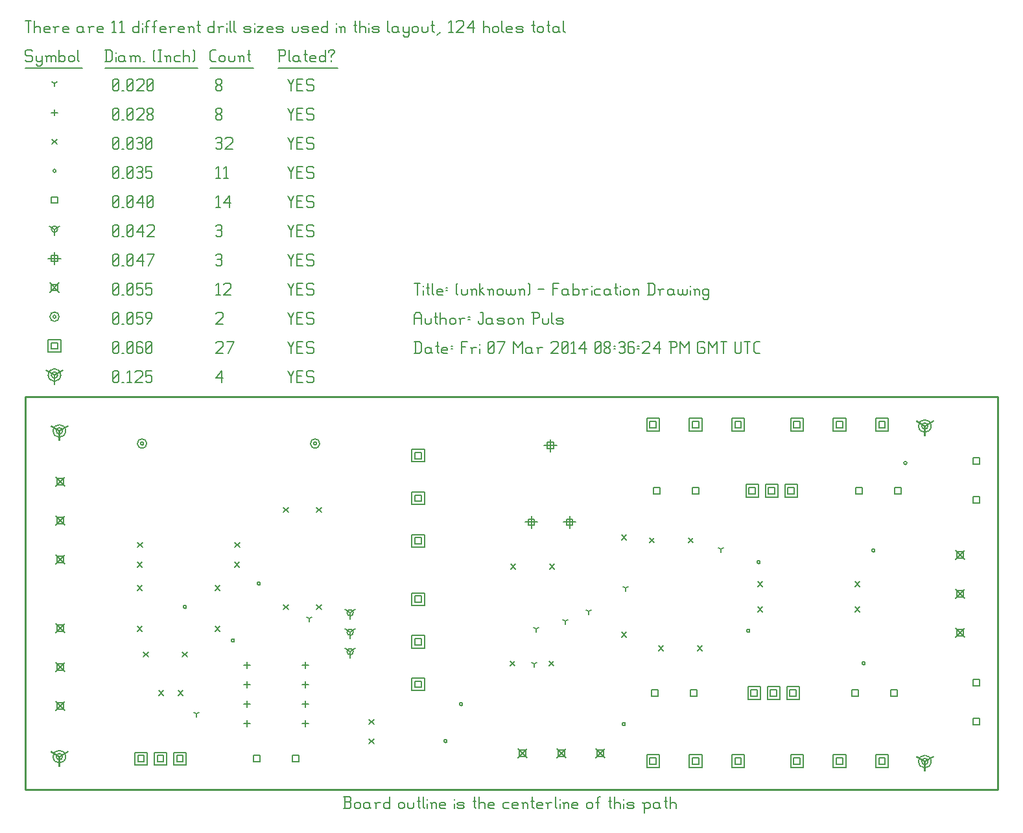
<source format=gbr>
G04 start of page 10 for group -3984 idx -3984 *
G04 Title: (unknown), fab *
G04 Creator: pcb 1.99z *
G04 CreationDate: Fri 07 Mar 2014 08:36:24 PM GMT UTC *
G04 For: jpuls *
G04 Format: Gerber/RS-274X *
G04 PCB-Dimensions (mil): 5000.00 2020.00 *
G04 PCB-Coordinate-Origin: lower left *
%MOIN*%
%FSLAX25Y25*%
%LNFAB*%
%ADD102C,0.0100*%
%ADD101C,0.0075*%
%ADD100C,0.0060*%
%ADD99C,0.0001*%
%ADD98R,0.0080X0.0080*%
G54D98*X17500Y184500D02*Y179700D01*
G54D99*G36*
X16954Y184647D02*X21807Y187446D01*
X22206Y186753D01*
X17353Y183954D01*
X16954Y184647D01*
G37*
G36*
X17647Y183954D02*X12794Y186753D01*
X13193Y187446D01*
X18046Y184647D01*
X17647Y183954D01*
G37*
G54D98*X15900Y184500D02*G75*G03X19100Y184500I1600J0D01*G01*
G75*G03X15900Y184500I-1600J0D01*G01*
X14300D02*G75*G03X20700Y184500I3200J0D01*G01*
G75*G03X14300Y184500I-3200J0D01*G01*
X17500Y17000D02*Y12200D01*
G54D99*G36*
X16954Y17147D02*X21807Y19946D01*
X22206Y19253D01*
X17353Y16454D01*
X16954Y17147D01*
G37*
G36*
X17647Y16454D02*X12794Y19253D01*
X13193Y19946D01*
X18046Y17147D01*
X17647Y16454D01*
G37*
G54D98*X15900Y17000D02*G75*G03X19100Y17000I1600J0D01*G01*
G75*G03X15900Y17000I-1600J0D01*G01*
X14300D02*G75*G03X20700Y17000I3200J0D01*G01*
G75*G03X14300Y17000I-3200J0D01*G01*
X462500Y14500D02*Y9700D01*
G54D99*G36*
X461954Y14647D02*X466807Y17446D01*
X467206Y16753D01*
X462353Y13954D01*
X461954Y14647D01*
G37*
G36*
X462647Y13954D02*X457794Y16753D01*
X458193Y17446D01*
X463046Y14647D01*
X462647Y13954D01*
G37*
G54D98*X460900Y14500D02*G75*G03X464100Y14500I1600J0D01*G01*
G75*G03X460900Y14500I-1600J0D01*G01*
X459300D02*G75*G03X465700Y14500I3200J0D01*G01*
G75*G03X459300Y14500I-3200J0D01*G01*
X462500Y187000D02*Y182200D01*
G54D99*G36*
X461954Y187147D02*X466807Y189946D01*
X467206Y189253D01*
X462353Y186454D01*
X461954Y187147D01*
G37*
G36*
X462647Y186454D02*X457794Y189253D01*
X458193Y189946D01*
X463046Y187147D01*
X462647Y186454D01*
G37*
G54D98*X460900Y187000D02*G75*G03X464100Y187000I1600J0D01*G01*
G75*G03X460900Y187000I-1600J0D01*G01*
X459300D02*G75*G03X465700Y187000I3200J0D01*G01*
G75*G03X459300Y187000I-3200J0D01*G01*
X15000Y213250D02*Y208450D01*
G54D99*G36*
X14454Y213397D02*X19307Y216196D01*
X19706Y215503D01*
X14853Y212704D01*
X14454Y213397D01*
G37*
G36*
X15147Y212704D02*X10294Y215503D01*
X10693Y216196D01*
X15546Y213397D01*
X15147Y212704D01*
G37*
G54D98*X13400Y213250D02*G75*G03X16600Y213250I1600J0D01*G01*
G75*G03X13400Y213250I-1600J0D01*G01*
X11800D02*G75*G03X18200Y213250I3200J0D01*G01*
G75*G03X11800Y213250I-3200J0D01*G01*
G54D100*X135000Y215500D02*X136500Y212500D01*
X138000Y215500D01*
X136500Y212500D02*Y209500D01*
X139800Y212800D02*X142050D01*
X139800Y209500D02*X142800D01*
X139800Y215500D02*Y209500D01*
Y215500D02*X142800D01*
X147600D02*X148350Y214750D01*
X145350Y215500D02*X147600D01*
X144600Y214750D02*X145350Y215500D01*
X144600Y214750D02*Y213250D01*
X145350Y212500D01*
X147600D01*
X148350Y211750D01*
Y210250D01*
X147600Y209500D02*X148350Y210250D01*
X145350Y209500D02*X147600D01*
X144600Y210250D02*X145350Y209500D01*
X98000Y211750D02*X101000Y215500D01*
X98000Y211750D02*X101750D01*
X101000Y215500D02*Y209500D01*
X45000Y210250D02*X45750Y209500D01*
X45000Y214750D02*Y210250D01*
Y214750D02*X45750Y215500D01*
X47250D01*
X48000Y214750D01*
Y210250D01*
X47250Y209500D02*X48000Y210250D01*
X45750Y209500D02*X47250D01*
X45000Y211000D02*X48000Y214000D01*
X49800Y209500D02*X50550D01*
X52350Y214300D02*X53550Y215500D01*
Y209500D01*
X52350D02*X54600D01*
X56400Y214750D02*X57150Y215500D01*
X59400D01*
X60150Y214750D01*
Y213250D01*
X56400Y209500D02*X60150Y213250D01*
X56400Y209500D02*X60150D01*
X61950Y215500D02*X64950D01*
X61950D02*Y212500D01*
X62700Y213250D01*
X64200D01*
X64950Y212500D01*
Y210250D01*
X64200Y209500D02*X64950Y210250D01*
X62700Y209500D02*X64200D01*
X61950Y210250D02*X62700Y209500D01*
X364923Y16364D02*X368123D01*
X364923D02*Y13164D01*
X368123D01*
Y16364D02*Y13164D01*
X363323Y17964D02*X369723D01*
X363323D02*Y11564D01*
X369723D01*
Y17964D02*Y11564D01*
X343023Y16364D02*X346223D01*
X343023D02*Y13164D01*
X346223D01*
Y16364D02*Y13164D01*
X341423Y17964D02*X347823D01*
X341423D02*Y11564D01*
X347823D01*
Y17964D02*Y11564D01*
X321123Y16364D02*X324323D01*
X321123D02*Y13164D01*
X324323D01*
Y16364D02*Y13164D01*
X319523Y17964D02*X325923D01*
X319523D02*Y11564D01*
X325923D01*
Y17964D02*Y11564D01*
X438923Y16364D02*X442123D01*
X438923D02*Y13164D01*
X442123D01*
Y16364D02*Y13164D01*
X437323Y17964D02*X443723D01*
X437323D02*Y11564D01*
X443723D01*
Y17964D02*Y11564D01*
X417023Y16364D02*X420223D01*
X417023D02*Y13164D01*
X420223D01*
Y16364D02*Y13164D01*
X415423Y17964D02*X421823D01*
X415423D02*Y11564D01*
X421823D01*
Y17964D02*Y11564D01*
X395123Y16364D02*X398323D01*
X395123D02*Y13164D01*
X398323D01*
Y16364D02*Y13164D01*
X393523Y17964D02*X399923D01*
X393523D02*Y11564D01*
X399923D01*
Y17964D02*Y11564D01*
X373123Y51364D02*X376323D01*
X373123D02*Y48164D01*
X376323D01*
Y51364D02*Y48164D01*
X371523Y52964D02*X377923D01*
X371523D02*Y46564D01*
X377923D01*
Y52964D02*Y46564D01*
X383123Y51364D02*X386323D01*
X383123D02*Y48164D01*
X386323D01*
Y51364D02*Y48164D01*
X381523Y52964D02*X387923D01*
X381523D02*Y46564D01*
X387923D01*
Y52964D02*Y46564D01*
X393123Y51364D02*X396323D01*
X393123D02*Y48164D01*
X396323D01*
Y51364D02*Y48164D01*
X391523Y52964D02*X397923D01*
X391523D02*Y46564D01*
X397923D01*
Y52964D02*Y46564D01*
X77900Y17600D02*X81100D01*
X77900D02*Y14400D01*
X81100D01*
Y17600D02*Y14400D01*
X76300Y19200D02*X82700D01*
X76300D02*Y12800D01*
X82700D01*
Y19200D02*Y12800D01*
X67900Y17600D02*X71100D01*
X67900D02*Y14400D01*
X71100D01*
Y17600D02*Y14400D01*
X66300Y19200D02*X72700D01*
X66300D02*Y12800D01*
X72700D01*
Y19200D02*Y12800D01*
X57900Y17600D02*X61100D01*
X57900D02*Y14400D01*
X61100D01*
Y17600D02*Y14400D01*
X56300Y19200D02*X62700D01*
X56300D02*Y12800D01*
X62700D01*
Y19200D02*Y12800D01*
X392123Y155364D02*X395323D01*
X392123D02*Y152164D01*
X395323D01*
Y155364D02*Y152164D01*
X390523Y156964D02*X396923D01*
X390523D02*Y150564D01*
X396923D01*
Y156964D02*Y150564D01*
X382123Y155364D02*X385323D01*
X382123D02*Y152164D01*
X385323D01*
Y155364D02*Y152164D01*
X380523Y156964D02*X386923D01*
X380523D02*Y150564D01*
X386923D01*
Y156964D02*Y150564D01*
X372123Y155364D02*X375323D01*
X372123D02*Y152164D01*
X375323D01*
Y155364D02*Y152164D01*
X370523Y156964D02*X376923D01*
X370523D02*Y150564D01*
X376923D01*
Y156964D02*Y150564D01*
X321123Y189364D02*X324323D01*
X321123D02*Y186164D01*
X324323D01*
Y189364D02*Y186164D01*
X319523Y190964D02*X325923D01*
X319523D02*Y184564D01*
X325923D01*
Y190964D02*Y184564D01*
X343023Y189364D02*X346223D01*
X343023D02*Y186164D01*
X346223D01*
Y189364D02*Y186164D01*
X341423Y190964D02*X347823D01*
X341423D02*Y184564D01*
X347823D01*
Y190964D02*Y184564D01*
X364923Y189364D02*X368123D01*
X364923D02*Y186164D01*
X368123D01*
Y189364D02*Y186164D01*
X363323Y190964D02*X369723D01*
X363323D02*Y184564D01*
X369723D01*
Y190964D02*Y184564D01*
X395123Y189364D02*X398323D01*
X395123D02*Y186164D01*
X398323D01*
Y189364D02*Y186164D01*
X393523Y190964D02*X399923D01*
X393523D02*Y184564D01*
X399923D01*
Y190964D02*Y184564D01*
X417023Y189364D02*X420223D01*
X417023D02*Y186164D01*
X420223D01*
Y189364D02*Y186164D01*
X415423Y190964D02*X421823D01*
X415423D02*Y184564D01*
X421823D01*
Y190964D02*Y184564D01*
X438923Y189364D02*X442123D01*
X438923D02*Y186164D01*
X442123D01*
Y189364D02*Y186164D01*
X437323Y190964D02*X443723D01*
X437323D02*Y184564D01*
X443723D01*
Y190964D02*Y184564D01*
X200400Y99600D02*X203600D01*
X200400D02*Y96400D01*
X203600D01*
Y99600D02*Y96400D01*
X198800Y101200D02*X205200D01*
X198800D02*Y94800D01*
X205200D01*
Y101200D02*Y94800D01*
X200400Y77700D02*X203600D01*
X200400D02*Y74500D01*
X203600D01*
Y77700D02*Y74500D01*
X198800Y79300D02*X205200D01*
X198800D02*Y72900D01*
X205200D01*
Y79300D02*Y72900D01*
X200400Y55800D02*X203600D01*
X200400D02*Y52600D01*
X203600D01*
Y55800D02*Y52600D01*
X198800Y57400D02*X205200D01*
X198800D02*Y51000D01*
X205200D01*
Y57400D02*Y51000D01*
X200400Y173400D02*X203600D01*
X200400D02*Y170200D01*
X203600D01*
Y173400D02*Y170200D01*
X198800Y175000D02*X205200D01*
X198800D02*Y168600D01*
X205200D01*
Y175000D02*Y168600D01*
X200400Y151500D02*X203600D01*
X200400D02*Y148300D01*
X203600D01*
Y151500D02*Y148300D01*
X198800Y153100D02*X205200D01*
X198800D02*Y146700D01*
X205200D01*
Y153100D02*Y146700D01*
X200400Y129600D02*X203600D01*
X200400D02*Y126400D01*
X203600D01*
Y129600D02*Y126400D01*
X198800Y131200D02*X205200D01*
X198800D02*Y124800D01*
X205200D01*
Y131200D02*Y124800D01*
X13400Y229850D02*X16600D01*
X13400D02*Y226650D01*
X16600D01*
Y229850D02*Y226650D01*
X11800Y231450D02*X18200D01*
X11800D02*Y225050D01*
X18200D01*
Y231450D02*Y225050D01*
X135000Y230500D02*X136500Y227500D01*
X138000Y230500D01*
X136500Y227500D02*Y224500D01*
X139800Y227800D02*X142050D01*
X139800Y224500D02*X142800D01*
X139800Y230500D02*Y224500D01*
Y230500D02*X142800D01*
X147600D02*X148350Y229750D01*
X145350Y230500D02*X147600D01*
X144600Y229750D02*X145350Y230500D01*
X144600Y229750D02*Y228250D01*
X145350Y227500D01*
X147600D01*
X148350Y226750D01*
Y225250D01*
X147600Y224500D02*X148350Y225250D01*
X145350Y224500D02*X147600D01*
X144600Y225250D02*X145350Y224500D01*
X98000Y229750D02*X98750Y230500D01*
X101000D01*
X101750Y229750D01*
Y228250D01*
X98000Y224500D02*X101750Y228250D01*
X98000Y224500D02*X101750D01*
X104300D02*X107300Y230500D01*
X103550D02*X107300D01*
X45000Y225250D02*X45750Y224500D01*
X45000Y229750D02*Y225250D01*
Y229750D02*X45750Y230500D01*
X47250D01*
X48000Y229750D01*
Y225250D01*
X47250Y224500D02*X48000Y225250D01*
X45750Y224500D02*X47250D01*
X45000Y226000D02*X48000Y229000D01*
X49800Y224500D02*X50550D01*
X52350Y225250D02*X53100Y224500D01*
X52350Y229750D02*Y225250D01*
Y229750D02*X53100Y230500D01*
X54600D01*
X55350Y229750D01*
Y225250D01*
X54600Y224500D02*X55350Y225250D01*
X53100Y224500D02*X54600D01*
X52350Y226000D02*X55350Y229000D01*
X59400Y230500D02*X60150Y229750D01*
X57900Y230500D02*X59400D01*
X57150Y229750D02*X57900Y230500D01*
X57150Y229750D02*Y225250D01*
X57900Y224500D01*
X59400Y227800D02*X60150Y227050D01*
X57150Y227800D02*X59400D01*
X57900Y224500D02*X59400D01*
X60150Y225250D01*
Y227050D02*Y225250D01*
X61950D02*X62700Y224500D01*
X61950Y229750D02*Y225250D01*
Y229750D02*X62700Y230500D01*
X64200D01*
X64950Y229750D01*
Y225250D01*
X64200Y224500D02*X64950Y225250D01*
X62700Y224500D02*X64200D01*
X61950Y226000D02*X64950Y229000D01*
X59200Y178000D02*G75*G03X60800Y178000I800J0D01*G01*
G75*G03X59200Y178000I-800J0D01*G01*
X57600D02*G75*G03X62400Y178000I2400J0D01*G01*
G75*G03X57600Y178000I-2400J0D01*G01*
X148176D02*G75*G03X149776Y178000I800J0D01*G01*
G75*G03X148176Y178000I-800J0D01*G01*
X146576D02*G75*G03X151376Y178000I2400J0D01*G01*
G75*G03X146576Y178000I-2400J0D01*G01*
X14200Y243250D02*G75*G03X15800Y243250I800J0D01*G01*
G75*G03X14200Y243250I-800J0D01*G01*
X12600D02*G75*G03X17400Y243250I2400J0D01*G01*
G75*G03X12600Y243250I-2400J0D01*G01*
X135000Y245500D02*X136500Y242500D01*
X138000Y245500D01*
X136500Y242500D02*Y239500D01*
X139800Y242800D02*X142050D01*
X139800Y239500D02*X142800D01*
X139800Y245500D02*Y239500D01*
Y245500D02*X142800D01*
X147600D02*X148350Y244750D01*
X145350Y245500D02*X147600D01*
X144600Y244750D02*X145350Y245500D01*
X144600Y244750D02*Y243250D01*
X145350Y242500D01*
X147600D01*
X148350Y241750D01*
Y240250D01*
X147600Y239500D02*X148350Y240250D01*
X145350Y239500D02*X147600D01*
X144600Y240250D02*X145350Y239500D01*
X98000Y244750D02*X98750Y245500D01*
X101000D01*
X101750Y244750D01*
Y243250D01*
X98000Y239500D02*X101750Y243250D01*
X98000Y239500D02*X101750D01*
X45000Y240250D02*X45750Y239500D01*
X45000Y244750D02*Y240250D01*
Y244750D02*X45750Y245500D01*
X47250D01*
X48000Y244750D01*
Y240250D01*
X47250Y239500D02*X48000Y240250D01*
X45750Y239500D02*X47250D01*
X45000Y241000D02*X48000Y244000D01*
X49800Y239500D02*X50550D01*
X52350Y240250D02*X53100Y239500D01*
X52350Y244750D02*Y240250D01*
Y244750D02*X53100Y245500D01*
X54600D01*
X55350Y244750D01*
Y240250D01*
X54600Y239500D02*X55350Y240250D01*
X53100Y239500D02*X54600D01*
X52350Y241000D02*X55350Y244000D01*
X57150Y245500D02*X60150D01*
X57150D02*Y242500D01*
X57900Y243250D01*
X59400D01*
X60150Y242500D01*
Y240250D01*
X59400Y239500D02*X60150Y240250D01*
X57900Y239500D02*X59400D01*
X57150Y240250D02*X57900Y239500D01*
X62700D02*X64950Y242500D01*
Y244750D02*Y242500D01*
X64200Y245500D02*X64950Y244750D01*
X62700Y245500D02*X64200D01*
X61950Y244750D02*X62700Y245500D01*
X61950Y244750D02*Y243250D01*
X62700Y242500D01*
X64950D01*
X15500Y160800D02*X20300Y156000D01*
X15500D02*X20300Y160800D01*
X16300Y160000D02*X19500D01*
X16300D02*Y156800D01*
X19500D01*
Y160000D02*Y156800D01*
X15500Y140800D02*X20300Y136000D01*
X15500D02*X20300Y140800D01*
X16300Y140000D02*X19500D01*
X16300D02*Y136800D01*
X19500D01*
Y140000D02*Y136800D01*
X15500Y120800D02*X20300Y116000D01*
X15500D02*X20300Y120800D01*
X16300Y120000D02*X19500D01*
X16300D02*Y116800D01*
X19500D01*
Y120000D02*Y116800D01*
X15514Y85461D02*X20314Y80661D01*
X15514D02*X20314Y85461D01*
X16314Y84661D02*X19514D01*
X16314D02*Y81461D01*
X19514D01*
Y84661D02*Y81461D01*
X15514Y65461D02*X20314Y60661D01*
X15514D02*X20314Y65461D01*
X16314Y64661D02*X19514D01*
X16314D02*Y61461D01*
X19514D01*
Y64661D02*Y61461D01*
X15514Y45461D02*X20314Y40661D01*
X15514D02*X20314Y45461D01*
X16314Y44661D02*X19514D01*
X16314D02*Y41461D01*
X19514D01*
Y44661D02*Y41461D01*
X253323Y21164D02*X258123Y16364D01*
X253323D02*X258123Y21164D01*
X254123Y20364D02*X257323D01*
X254123D02*Y17164D01*
X257323D01*
Y20364D02*Y17164D01*
X273323Y21164D02*X278123Y16364D01*
X273323D02*X278123Y21164D01*
X274123Y20364D02*X277323D01*
X274123D02*Y17164D01*
X277323D01*
Y20364D02*Y17164D01*
X293323Y21164D02*X298123Y16364D01*
X293323D02*X298123Y21164D01*
X294123Y20364D02*X297323D01*
X294123D02*Y17164D01*
X297323D01*
Y20364D02*Y17164D01*
X478323Y83164D02*X483123Y78364D01*
X478323D02*X483123Y83164D01*
X479123Y82364D02*X482323D01*
X479123D02*Y79164D01*
X482323D01*
Y82364D02*Y79164D01*
X478323Y103164D02*X483123Y98364D01*
X478323D02*X483123Y103164D01*
X479123Y102364D02*X482323D01*
X479123D02*Y99164D01*
X482323D01*
Y102364D02*Y99164D01*
X478323Y123164D02*X483123Y118364D01*
X478323D02*X483123Y123164D01*
X479123Y122364D02*X482323D01*
X479123D02*Y119164D01*
X482323D01*
Y122364D02*Y119164D01*
X12600Y260650D02*X17400Y255850D01*
X12600D02*X17400Y260650D01*
X13400Y259850D02*X16600D01*
X13400D02*Y256650D01*
X16600D01*
Y259850D02*Y256650D01*
X135000Y260500D02*X136500Y257500D01*
X138000Y260500D01*
X136500Y257500D02*Y254500D01*
X139800Y257800D02*X142050D01*
X139800Y254500D02*X142800D01*
X139800Y260500D02*Y254500D01*
Y260500D02*X142800D01*
X147600D02*X148350Y259750D01*
X145350Y260500D02*X147600D01*
X144600Y259750D02*X145350Y260500D01*
X144600Y259750D02*Y258250D01*
X145350Y257500D01*
X147600D01*
X148350Y256750D01*
Y255250D01*
X147600Y254500D02*X148350Y255250D01*
X145350Y254500D02*X147600D01*
X144600Y255250D02*X145350Y254500D01*
X98000Y259300D02*X99200Y260500D01*
Y254500D01*
X98000D02*X100250D01*
X102050Y259750D02*X102800Y260500D01*
X105050D01*
X105800Y259750D01*
Y258250D01*
X102050Y254500D02*X105800Y258250D01*
X102050Y254500D02*X105800D01*
X45000Y255250D02*X45750Y254500D01*
X45000Y259750D02*Y255250D01*
Y259750D02*X45750Y260500D01*
X47250D01*
X48000Y259750D01*
Y255250D01*
X47250Y254500D02*X48000Y255250D01*
X45750Y254500D02*X47250D01*
X45000Y256000D02*X48000Y259000D01*
X49800Y254500D02*X50550D01*
X52350Y255250D02*X53100Y254500D01*
X52350Y259750D02*Y255250D01*
Y259750D02*X53100Y260500D01*
X54600D01*
X55350Y259750D01*
Y255250D01*
X54600Y254500D02*X55350Y255250D01*
X53100Y254500D02*X54600D01*
X52350Y256000D02*X55350Y259000D01*
X57150Y260500D02*X60150D01*
X57150D02*Y257500D01*
X57900Y258250D01*
X59400D01*
X60150Y257500D01*
Y255250D01*
X59400Y254500D02*X60150Y255250D01*
X57900Y254500D02*X59400D01*
X57150Y255250D02*X57900Y254500D01*
X61950Y260500D02*X64950D01*
X61950D02*Y257500D01*
X62700Y258250D01*
X64200D01*
X64950Y257500D01*
Y255250D01*
X64200Y254500D02*X64950Y255250D01*
X62700Y254500D02*X64200D01*
X61950Y255250D02*X62700Y254500D01*
X260157Y140830D02*Y134430D01*
X256957Y137630D02*X263357D01*
X258557Y139230D02*X261757D01*
X258557D02*Y136030D01*
X261757D01*
Y139230D02*Y136030D01*
X270000Y180200D02*Y173800D01*
X266800Y177000D02*X273200D01*
X268400Y178600D02*X271600D01*
X268400D02*Y175400D01*
X271600D01*
Y178600D02*Y175400D01*
X279843Y140830D02*Y134430D01*
X276643Y137630D02*X283043D01*
X278243Y139230D02*X281443D01*
X278243D02*Y136030D01*
X281443D01*
Y139230D02*Y136030D01*
X15000Y276450D02*Y270050D01*
X11800Y273250D02*X18200D01*
X13400Y274850D02*X16600D01*
X13400D02*Y271650D01*
X16600D01*
Y274850D02*Y271650D01*
X135000Y275500D02*X136500Y272500D01*
X138000Y275500D01*
X136500Y272500D02*Y269500D01*
X139800Y272800D02*X142050D01*
X139800Y269500D02*X142800D01*
X139800Y275500D02*Y269500D01*
Y275500D02*X142800D01*
X147600D02*X148350Y274750D01*
X145350Y275500D02*X147600D01*
X144600Y274750D02*X145350Y275500D01*
X144600Y274750D02*Y273250D01*
X145350Y272500D01*
X147600D01*
X148350Y271750D01*
Y270250D01*
X147600Y269500D02*X148350Y270250D01*
X145350Y269500D02*X147600D01*
X144600Y270250D02*X145350Y269500D01*
X98000Y274750D02*X98750Y275500D01*
X100250D01*
X101000Y274750D01*
X100250Y269500D02*X101000Y270250D01*
X98750Y269500D02*X100250D01*
X98000Y270250D02*X98750Y269500D01*
Y272800D02*X100250D01*
X101000Y274750D02*Y273550D01*
Y272050D02*Y270250D01*
Y272050D02*X100250Y272800D01*
X101000Y273550D02*X100250Y272800D01*
X45000Y270250D02*X45750Y269500D01*
X45000Y274750D02*Y270250D01*
Y274750D02*X45750Y275500D01*
X47250D01*
X48000Y274750D01*
Y270250D01*
X47250Y269500D02*X48000Y270250D01*
X45750Y269500D02*X47250D01*
X45000Y271000D02*X48000Y274000D01*
X49800Y269500D02*X50550D01*
X52350Y270250D02*X53100Y269500D01*
X52350Y274750D02*Y270250D01*
Y274750D02*X53100Y275500D01*
X54600D01*
X55350Y274750D01*
Y270250D01*
X54600Y269500D02*X55350Y270250D01*
X53100Y269500D02*X54600D01*
X52350Y271000D02*X55350Y274000D01*
X57150Y271750D02*X60150Y275500D01*
X57150Y271750D02*X60900D01*
X60150Y275500D02*Y269500D01*
X63450D02*X66450Y275500D01*
X62700D02*X66450D01*
X167000Y71000D02*Y67800D01*
Y71000D02*X169773Y72600D01*
X167000Y71000D02*X164227Y72600D01*
X165400Y71000D02*G75*G03X168600Y71000I1600J0D01*G01*
G75*G03X165400Y71000I-1600J0D01*G01*
X167000Y81000D02*Y77800D01*
Y81000D02*X169773Y82600D01*
X167000Y81000D02*X164227Y82600D01*
X165400Y81000D02*G75*G03X168600Y81000I1600J0D01*G01*
G75*G03X165400Y81000I-1600J0D01*G01*
X167000Y91000D02*Y87800D01*
Y91000D02*X169773Y92600D01*
X167000Y91000D02*X164227Y92600D01*
X165400Y91000D02*G75*G03X168600Y91000I1600J0D01*G01*
G75*G03X165400Y91000I-1600J0D01*G01*
X15000Y288250D02*Y285050D01*
Y288250D02*X17773Y289850D01*
X15000Y288250D02*X12227Y289850D01*
X13400Y288250D02*G75*G03X16600Y288250I1600J0D01*G01*
G75*G03X13400Y288250I-1600J0D01*G01*
X135000Y290500D02*X136500Y287500D01*
X138000Y290500D01*
X136500Y287500D02*Y284500D01*
X139800Y287800D02*X142050D01*
X139800Y284500D02*X142800D01*
X139800Y290500D02*Y284500D01*
Y290500D02*X142800D01*
X147600D02*X148350Y289750D01*
X145350Y290500D02*X147600D01*
X144600Y289750D02*X145350Y290500D01*
X144600Y289750D02*Y288250D01*
X145350Y287500D01*
X147600D01*
X148350Y286750D01*
Y285250D01*
X147600Y284500D02*X148350Y285250D01*
X145350Y284500D02*X147600D01*
X144600Y285250D02*X145350Y284500D01*
X98000Y289750D02*X98750Y290500D01*
X100250D01*
X101000Y289750D01*
X100250Y284500D02*X101000Y285250D01*
X98750Y284500D02*X100250D01*
X98000Y285250D02*X98750Y284500D01*
Y287800D02*X100250D01*
X101000Y289750D02*Y288550D01*
Y287050D02*Y285250D01*
Y287050D02*X100250Y287800D01*
X101000Y288550D02*X100250Y287800D01*
X45000Y285250D02*X45750Y284500D01*
X45000Y289750D02*Y285250D01*
Y289750D02*X45750Y290500D01*
X47250D01*
X48000Y289750D01*
Y285250D01*
X47250Y284500D02*X48000Y285250D01*
X45750Y284500D02*X47250D01*
X45000Y286000D02*X48000Y289000D01*
X49800Y284500D02*X50550D01*
X52350Y285250D02*X53100Y284500D01*
X52350Y289750D02*Y285250D01*
Y289750D02*X53100Y290500D01*
X54600D01*
X55350Y289750D01*
Y285250D01*
X54600Y284500D02*X55350Y285250D01*
X53100Y284500D02*X54600D01*
X52350Y286000D02*X55350Y289000D01*
X57150Y286750D02*X60150Y290500D01*
X57150Y286750D02*X60900D01*
X60150Y290500D02*Y284500D01*
X62700Y289750D02*X63450Y290500D01*
X65700D01*
X66450Y289750D01*
Y288250D01*
X62700Y284500D02*X66450Y288250D01*
X62700Y284500D02*X66450D01*
X322123Y51364D02*X325323D01*
X322123D02*Y48164D01*
X325323D01*
Y51364D02*Y48164D01*
X342123Y51364D02*X345323D01*
X342123D02*Y48164D01*
X345323D01*
Y51364D02*Y48164D01*
X447123Y155364D02*X450323D01*
X447123D02*Y152164D01*
X450323D01*
Y155364D02*Y152164D01*
X427123Y155364D02*X430323D01*
X427123D02*Y152164D01*
X430323D01*
Y155364D02*Y152164D01*
X343123Y155364D02*X346323D01*
X343123D02*Y152164D01*
X346323D01*
Y155364D02*Y152164D01*
X323123Y155364D02*X326323D01*
X323123D02*Y152164D01*
X326323D01*
Y155364D02*Y152164D01*
X425123Y51364D02*X428323D01*
X425123D02*Y48164D01*
X428323D01*
Y51364D02*Y48164D01*
X445123Y51364D02*X448323D01*
X445123D02*Y48164D01*
X448323D01*
Y51364D02*Y48164D01*
X137400Y17600D02*X140600D01*
X137400D02*Y14400D01*
X140600D01*
Y17600D02*Y14400D01*
X117400Y17600D02*X120600D01*
X117400D02*Y14400D01*
X120600D01*
Y17600D02*Y14400D01*
X487400Y36600D02*X490600D01*
X487400D02*Y33400D01*
X490600D01*
Y36600D02*Y33400D01*
X487400Y56600D02*X490600D01*
X487400D02*Y53400D01*
X490600D01*
Y56600D02*Y53400D01*
X487400Y150600D02*X490600D01*
X487400D02*Y147400D01*
X490600D01*
Y150600D02*Y147400D01*
X487400Y170600D02*X490600D01*
X487400D02*Y167400D01*
X490600D01*
Y170600D02*Y167400D01*
X13400Y304850D02*X16600D01*
X13400D02*Y301650D01*
X16600D01*
Y304850D02*Y301650D01*
X135000Y305500D02*X136500Y302500D01*
X138000Y305500D01*
X136500Y302500D02*Y299500D01*
X139800Y302800D02*X142050D01*
X139800Y299500D02*X142800D01*
X139800Y305500D02*Y299500D01*
Y305500D02*X142800D01*
X147600D02*X148350Y304750D01*
X145350Y305500D02*X147600D01*
X144600Y304750D02*X145350Y305500D01*
X144600Y304750D02*Y303250D01*
X145350Y302500D01*
X147600D01*
X148350Y301750D01*
Y300250D01*
X147600Y299500D02*X148350Y300250D01*
X145350Y299500D02*X147600D01*
X144600Y300250D02*X145350Y299500D01*
X98000Y304300D02*X99200Y305500D01*
Y299500D01*
X98000D02*X100250D01*
X102050Y301750D02*X105050Y305500D01*
X102050Y301750D02*X105800D01*
X105050Y305500D02*Y299500D01*
X45000Y300250D02*X45750Y299500D01*
X45000Y304750D02*Y300250D01*
Y304750D02*X45750Y305500D01*
X47250D01*
X48000Y304750D01*
Y300250D01*
X47250Y299500D02*X48000Y300250D01*
X45750Y299500D02*X47250D01*
X45000Y301000D02*X48000Y304000D01*
X49800Y299500D02*X50550D01*
X52350Y300250D02*X53100Y299500D01*
X52350Y304750D02*Y300250D01*
Y304750D02*X53100Y305500D01*
X54600D01*
X55350Y304750D01*
Y300250D01*
X54600Y299500D02*X55350Y300250D01*
X53100Y299500D02*X54600D01*
X52350Y301000D02*X55350Y304000D01*
X57150Y301750D02*X60150Y305500D01*
X57150Y301750D02*X60900D01*
X60150Y305500D02*Y299500D01*
X62700Y300250D02*X63450Y299500D01*
X62700Y304750D02*Y300250D01*
Y304750D02*X63450Y305500D01*
X64950D01*
X65700Y304750D01*
Y300250D01*
X64950Y299500D02*X65700Y300250D01*
X63450Y299500D02*X64950D01*
X62700Y301000D02*X65700Y304000D01*
X105923Y76764D02*G75*G03X107523Y76764I800J0D01*G01*
G75*G03X105923Y76764I-800J0D01*G01*
X306923Y33764D02*G75*G03X308523Y33764I800J0D01*G01*
G75*G03X306923Y33764I-800J0D01*G01*
X370923Y81764D02*G75*G03X372523Y81764I800J0D01*G01*
G75*G03X370923Y81764I-800J0D01*G01*
X451700Y168000D02*G75*G03X453300Y168000I800J0D01*G01*
G75*G03X451700Y168000I-800J0D01*G01*
X223200Y44000D02*G75*G03X224800Y44000I800J0D01*G01*
G75*G03X223200Y44000I-800J0D01*G01*
X215200Y25000D02*G75*G03X216800Y25000I800J0D01*G01*
G75*G03X215200Y25000I-800J0D01*G01*
X119200Y106000D02*G75*G03X120800Y106000I800J0D01*G01*
G75*G03X119200Y106000I-800J0D01*G01*
X81200Y94000D02*G75*G03X82800Y94000I800J0D01*G01*
G75*G03X81200Y94000I-800J0D01*G01*
X430200Y65000D02*G75*G03X431800Y65000I800J0D01*G01*
G75*G03X430200Y65000I-800J0D01*G01*
X435200Y123000D02*G75*G03X436800Y123000I800J0D01*G01*
G75*G03X435200Y123000I-800J0D01*G01*
X376200Y117000D02*G75*G03X377800Y117000I800J0D01*G01*
G75*G03X376200Y117000I-800J0D01*G01*
X14200Y318250D02*G75*G03X15800Y318250I800J0D01*G01*
G75*G03X14200Y318250I-800J0D01*G01*
X135000Y320500D02*X136500Y317500D01*
X138000Y320500D01*
X136500Y317500D02*Y314500D01*
X139800Y317800D02*X142050D01*
X139800Y314500D02*X142800D01*
X139800Y320500D02*Y314500D01*
Y320500D02*X142800D01*
X147600D02*X148350Y319750D01*
X145350Y320500D02*X147600D01*
X144600Y319750D02*X145350Y320500D01*
X144600Y319750D02*Y318250D01*
X145350Y317500D01*
X147600D01*
X148350Y316750D01*
Y315250D01*
X147600Y314500D02*X148350Y315250D01*
X145350Y314500D02*X147600D01*
X144600Y315250D02*X145350Y314500D01*
X98000Y319300D02*X99200Y320500D01*
Y314500D01*
X98000D02*X100250D01*
X102050Y319300D02*X103250Y320500D01*
Y314500D01*
X102050D02*X104300D01*
X45000Y315250D02*X45750Y314500D01*
X45000Y319750D02*Y315250D01*
Y319750D02*X45750Y320500D01*
X47250D01*
X48000Y319750D01*
Y315250D01*
X47250Y314500D02*X48000Y315250D01*
X45750Y314500D02*X47250D01*
X45000Y316000D02*X48000Y319000D01*
X49800Y314500D02*X50550D01*
X52350Y315250D02*X53100Y314500D01*
X52350Y319750D02*Y315250D01*
Y319750D02*X53100Y320500D01*
X54600D01*
X55350Y319750D01*
Y315250D01*
X54600Y314500D02*X55350Y315250D01*
X53100Y314500D02*X54600D01*
X52350Y316000D02*X55350Y319000D01*
X57150Y319750D02*X57900Y320500D01*
X59400D01*
X60150Y319750D01*
X59400Y314500D02*X60150Y315250D01*
X57900Y314500D02*X59400D01*
X57150Y315250D02*X57900Y314500D01*
Y317800D02*X59400D01*
X60150Y319750D02*Y318550D01*
Y317050D02*Y315250D01*
Y317050D02*X59400Y317800D01*
X60150Y318550D02*X59400Y317800D01*
X61950Y320500D02*X64950D01*
X61950D02*Y317500D01*
X62700Y318250D01*
X64200D01*
X64950Y317500D01*
Y315250D01*
X64200Y314500D02*X64950Y315250D01*
X62700Y314500D02*X64200D01*
X61950Y315250D02*X62700Y314500D01*
X60789Y70697D02*X63189Y68297D01*
X60789D02*X63189Y70697D01*
X80789D02*X83189Y68297D01*
X80789D02*X83189Y70697D01*
X97523Y83964D02*X99923Y81564D01*
X97523D02*X99923Y83964D01*
X57523D02*X59923Y81564D01*
X57523D02*X59923Y83964D01*
X57523Y104964D02*X59923Y102564D01*
X57523D02*X59923Y104964D01*
X97523D02*X99923Y102564D01*
X97523D02*X99923Y104964D01*
X57523Y116964D02*X59923Y114564D01*
X57523D02*X59923Y116964D01*
X107523D02*X109923Y114564D01*
X107523D02*X109923Y116964D01*
X345523Y73964D02*X347923Y71564D01*
X345523D02*X347923Y73964D01*
X325523D02*X327923Y71564D01*
X325523D02*X327923Y73964D01*
X321023Y129364D02*X323423Y126964D01*
X321023D02*X323423Y129364D01*
X341023D02*X343423Y126964D01*
X341023D02*X343423Y129364D01*
X306523Y80964D02*X308923Y78564D01*
X306523D02*X308923Y80964D01*
X306523Y130964D02*X308923Y128564D01*
X306523D02*X308923Y130964D01*
X376523Y93964D02*X378923Y91564D01*
X376523D02*X378923Y93964D01*
X426523D02*X428923Y91564D01*
X426523D02*X428923Y93964D01*
X376523Y106964D02*X378923Y104564D01*
X376523D02*X378923Y106964D01*
X426523D02*X428923Y104564D01*
X426523D02*X428923Y106964D01*
X269523Y115964D02*X271923Y113564D01*
X269523D02*X271923Y115964D01*
X249523D02*X251923Y113564D01*
X249523D02*X251923Y115964D01*
X249288Y66033D02*X251688Y63633D01*
X249288D02*X251688Y66033D01*
X269288D02*X271688Y63633D01*
X269288D02*X271688Y66033D01*
X57800Y127200D02*X60200Y124800D01*
X57800D02*X60200Y127200D01*
X107800D02*X110200Y124800D01*
X107800D02*X110200Y127200D01*
X132800Y95200D02*X135200Y92800D01*
X132800D02*X135200Y95200D01*
X132800Y145200D02*X135200Y142800D01*
X132800D02*X135200Y145200D01*
X149800Y95200D02*X152200Y92800D01*
X149800D02*X152200Y95200D01*
X149800Y145200D02*X152200Y142800D01*
X149800D02*X152200Y145200D01*
X176800Y36200D02*X179200Y33800D01*
X176800D02*X179200Y36200D01*
X176800Y26200D02*X179200Y23800D01*
X176800D02*X179200Y26200D01*
X78523Y50964D02*X80923Y48564D01*
X78523D02*X80923Y50964D01*
X68523D02*X70923Y48564D01*
X68523D02*X70923Y50964D01*
X13800Y334450D02*X16200Y332050D01*
X13800D02*X16200Y334450D01*
X135000Y335500D02*X136500Y332500D01*
X138000Y335500D01*
X136500Y332500D02*Y329500D01*
X139800Y332800D02*X142050D01*
X139800Y329500D02*X142800D01*
X139800Y335500D02*Y329500D01*
Y335500D02*X142800D01*
X147600D02*X148350Y334750D01*
X145350Y335500D02*X147600D01*
X144600Y334750D02*X145350Y335500D01*
X144600Y334750D02*Y333250D01*
X145350Y332500D01*
X147600D01*
X148350Y331750D01*
Y330250D01*
X147600Y329500D02*X148350Y330250D01*
X145350Y329500D02*X147600D01*
X144600Y330250D02*X145350Y329500D01*
X98000Y334750D02*X98750Y335500D01*
X100250D01*
X101000Y334750D01*
X100250Y329500D02*X101000Y330250D01*
X98750Y329500D02*X100250D01*
X98000Y330250D02*X98750Y329500D01*
Y332800D02*X100250D01*
X101000Y334750D02*Y333550D01*
Y332050D02*Y330250D01*
Y332050D02*X100250Y332800D01*
X101000Y333550D02*X100250Y332800D01*
X102800Y334750D02*X103550Y335500D01*
X105800D01*
X106550Y334750D01*
Y333250D01*
X102800Y329500D02*X106550Y333250D01*
X102800Y329500D02*X106550D01*
X45000Y330250D02*X45750Y329500D01*
X45000Y334750D02*Y330250D01*
Y334750D02*X45750Y335500D01*
X47250D01*
X48000Y334750D01*
Y330250D01*
X47250Y329500D02*X48000Y330250D01*
X45750Y329500D02*X47250D01*
X45000Y331000D02*X48000Y334000D01*
X49800Y329500D02*X50550D01*
X52350Y330250D02*X53100Y329500D01*
X52350Y334750D02*Y330250D01*
Y334750D02*X53100Y335500D01*
X54600D01*
X55350Y334750D01*
Y330250D01*
X54600Y329500D02*X55350Y330250D01*
X53100Y329500D02*X54600D01*
X52350Y331000D02*X55350Y334000D01*
X57150Y334750D02*X57900Y335500D01*
X59400D01*
X60150Y334750D01*
X59400Y329500D02*X60150Y330250D01*
X57900Y329500D02*X59400D01*
X57150Y330250D02*X57900Y329500D01*
Y332800D02*X59400D01*
X60150Y334750D02*Y333550D01*
Y332050D02*Y330250D01*
Y332050D02*X59400Y332800D01*
X60150Y333550D02*X59400Y332800D01*
X61950Y330250D02*X62700Y329500D01*
X61950Y334750D02*Y330250D01*
Y334750D02*X62700Y335500D01*
X64200D01*
X64950Y334750D01*
Y330250D01*
X64200Y329500D02*X64950Y330250D01*
X62700Y329500D02*X64200D01*
X61950Y331000D02*X64950Y334000D01*
X144000Y35600D02*Y32400D01*
X142400Y34000D02*X145600D01*
X144000Y45600D02*Y42400D01*
X142400Y44000D02*X145600D01*
X144000Y55600D02*Y52400D01*
X142400Y54000D02*X145600D01*
X144000Y65600D02*Y62400D01*
X142400Y64000D02*X145600D01*
X114000Y65600D02*Y62400D01*
X112400Y64000D02*X115600D01*
X114000Y55600D02*Y52400D01*
X112400Y54000D02*X115600D01*
X114000Y45600D02*Y42400D01*
X112400Y44000D02*X115600D01*
X114000Y35600D02*Y32400D01*
X112400Y34000D02*X115600D01*
X15000Y349850D02*Y346650D01*
X13400Y348250D02*X16600D01*
X135000Y350500D02*X136500Y347500D01*
X138000Y350500D01*
X136500Y347500D02*Y344500D01*
X139800Y347800D02*X142050D01*
X139800Y344500D02*X142800D01*
X139800Y350500D02*Y344500D01*
Y350500D02*X142800D01*
X147600D02*X148350Y349750D01*
X145350Y350500D02*X147600D01*
X144600Y349750D02*X145350Y350500D01*
X144600Y349750D02*Y348250D01*
X145350Y347500D01*
X147600D01*
X148350Y346750D01*
Y345250D01*
X147600Y344500D02*X148350Y345250D01*
X145350Y344500D02*X147600D01*
X144600Y345250D02*X145350Y344500D01*
X98000Y345250D02*X98750Y344500D01*
X98000Y346450D02*Y345250D01*
Y346450D02*X99050Y347500D01*
X99950D01*
X101000Y346450D01*
Y345250D01*
X100250Y344500D02*X101000Y345250D01*
X98750Y344500D02*X100250D01*
X98000Y348550D02*X99050Y347500D01*
X98000Y349750D02*Y348550D01*
Y349750D02*X98750Y350500D01*
X100250D01*
X101000Y349750D01*
Y348550D01*
X99950Y347500D02*X101000Y348550D01*
X45000Y345250D02*X45750Y344500D01*
X45000Y349750D02*Y345250D01*
Y349750D02*X45750Y350500D01*
X47250D01*
X48000Y349750D01*
Y345250D01*
X47250Y344500D02*X48000Y345250D01*
X45750Y344500D02*X47250D01*
X45000Y346000D02*X48000Y349000D01*
X49800Y344500D02*X50550D01*
X52350Y345250D02*X53100Y344500D01*
X52350Y349750D02*Y345250D01*
Y349750D02*X53100Y350500D01*
X54600D01*
X55350Y349750D01*
Y345250D01*
X54600Y344500D02*X55350Y345250D01*
X53100Y344500D02*X54600D01*
X52350Y346000D02*X55350Y349000D01*
X57150Y349750D02*X57900Y350500D01*
X60150D01*
X60900Y349750D01*
Y348250D01*
X57150Y344500D02*X60900Y348250D01*
X57150Y344500D02*X60900D01*
X62700Y345250D02*X63450Y344500D01*
X62700Y346450D02*Y345250D01*
Y346450D02*X63750Y347500D01*
X64650D01*
X65700Y346450D01*
Y345250D01*
X64950Y344500D02*X65700Y345250D01*
X63450Y344500D02*X64950D01*
X62700Y348550D02*X63750Y347500D01*
X62700Y349750D02*Y348550D01*
Y349750D02*X63450Y350500D01*
X64950D01*
X65700Y349750D01*
Y348550D01*
X64650Y347500D02*X65700Y348550D01*
X261723Y64764D02*Y63164D01*
Y64764D02*X263110Y65564D01*
X261723Y64764D02*X260336Y65564D01*
X262723Y82764D02*Y81164D01*
Y82764D02*X264110Y83564D01*
X262723Y82764D02*X261336Y83564D01*
X277723Y86764D02*Y85164D01*
Y86764D02*X279110Y87564D01*
X277723Y86764D02*X276336Y87564D01*
X289723Y91764D02*Y90164D01*
Y91764D02*X291110Y92564D01*
X289723Y91764D02*X288336Y92564D01*
X308723Y103764D02*Y102164D01*
Y103764D02*X310110Y104564D01*
X308723Y103764D02*X307336Y104564D01*
X357723Y123764D02*Y122164D01*
Y123764D02*X359110Y124564D01*
X357723Y123764D02*X356336Y124564D01*
X146000Y88000D02*Y86400D01*
Y88000D02*X147387Y88800D01*
X146000Y88000D02*X144613Y88800D01*
X88000Y39000D02*Y37400D01*
Y39000D02*X89387Y39800D01*
X88000Y39000D02*X86613Y39800D01*
X15000Y363250D02*Y361650D01*
Y363250D02*X16387Y364050D01*
X15000Y363250D02*X13613Y364050D01*
X135000Y365500D02*X136500Y362500D01*
X138000Y365500D01*
X136500Y362500D02*Y359500D01*
X139800Y362800D02*X142050D01*
X139800Y359500D02*X142800D01*
X139800Y365500D02*Y359500D01*
Y365500D02*X142800D01*
X147600D02*X148350Y364750D01*
X145350Y365500D02*X147600D01*
X144600Y364750D02*X145350Y365500D01*
X144600Y364750D02*Y363250D01*
X145350Y362500D01*
X147600D01*
X148350Y361750D01*
Y360250D01*
X147600Y359500D02*X148350Y360250D01*
X145350Y359500D02*X147600D01*
X144600Y360250D02*X145350Y359500D01*
X98000Y360250D02*X98750Y359500D01*
X98000Y361450D02*Y360250D01*
Y361450D02*X99050Y362500D01*
X99950D01*
X101000Y361450D01*
Y360250D01*
X100250Y359500D02*X101000Y360250D01*
X98750Y359500D02*X100250D01*
X98000Y363550D02*X99050Y362500D01*
X98000Y364750D02*Y363550D01*
Y364750D02*X98750Y365500D01*
X100250D01*
X101000Y364750D01*
Y363550D01*
X99950Y362500D02*X101000Y363550D01*
X45000Y360250D02*X45750Y359500D01*
X45000Y364750D02*Y360250D01*
Y364750D02*X45750Y365500D01*
X47250D01*
X48000Y364750D01*
Y360250D01*
X47250Y359500D02*X48000Y360250D01*
X45750Y359500D02*X47250D01*
X45000Y361000D02*X48000Y364000D01*
X49800Y359500D02*X50550D01*
X52350Y360250D02*X53100Y359500D01*
X52350Y364750D02*Y360250D01*
Y364750D02*X53100Y365500D01*
X54600D01*
X55350Y364750D01*
Y360250D01*
X54600Y359500D02*X55350Y360250D01*
X53100Y359500D02*X54600D01*
X52350Y361000D02*X55350Y364000D01*
X57150Y364750D02*X57900Y365500D01*
X60150D01*
X60900Y364750D01*
Y363250D01*
X57150Y359500D02*X60900Y363250D01*
X57150Y359500D02*X60900D01*
X62700Y360250D02*X63450Y359500D01*
X62700Y364750D02*Y360250D01*
Y364750D02*X63450Y365500D01*
X64950D01*
X65700Y364750D01*
Y360250D01*
X64950Y359500D02*X65700Y360250D01*
X63450Y359500D02*X64950D01*
X62700Y361000D02*X65700Y364000D01*
X3000Y380500D02*X3750Y379750D01*
X750Y380500D02*X3000D01*
X0Y379750D02*X750Y380500D01*
X0Y379750D02*Y378250D01*
X750Y377500D01*
X3000D01*
X3750Y376750D01*
Y375250D01*
X3000Y374500D02*X3750Y375250D01*
X750Y374500D02*X3000D01*
X0Y375250D02*X750Y374500D01*
X5550Y377500D02*Y375250D01*
X6300Y374500D01*
X8550Y377500D02*Y373000D01*
X7800Y372250D02*X8550Y373000D01*
X6300Y372250D02*X7800D01*
X5550Y373000D02*X6300Y372250D01*
Y374500D02*X7800D01*
X8550Y375250D01*
X11100Y376750D02*Y374500D01*
Y376750D02*X11850Y377500D01*
X12600D01*
X13350Y376750D01*
Y374500D01*
Y376750D02*X14100Y377500D01*
X14850D01*
X15600Y376750D01*
Y374500D01*
X10350Y377500D02*X11100Y376750D01*
X17400Y380500D02*Y374500D01*
Y375250D02*X18150Y374500D01*
X19650D01*
X20400Y375250D01*
Y376750D02*Y375250D01*
X19650Y377500D02*X20400Y376750D01*
X18150Y377500D02*X19650D01*
X17400Y376750D02*X18150Y377500D01*
X22200Y376750D02*Y375250D01*
Y376750D02*X22950Y377500D01*
X24450D01*
X25200Y376750D01*
Y375250D01*
X24450Y374500D02*X25200Y375250D01*
X22950Y374500D02*X24450D01*
X22200Y375250D02*X22950Y374500D01*
X27000Y380500D02*Y375250D01*
X27750Y374500D01*
X0Y371250D02*X29250D01*
X41750Y380500D02*Y374500D01*
X43700Y380500D02*X44750Y379450D01*
Y375550D01*
X43700Y374500D02*X44750Y375550D01*
X41000Y374500D02*X43700D01*
X41000Y380500D02*X43700D01*
G54D101*X46550Y379000D02*Y378850D01*
G54D100*Y376750D02*Y374500D01*
X50300Y377500D02*X51050Y376750D01*
X48800Y377500D02*X50300D01*
X48050Y376750D02*X48800Y377500D01*
X48050Y376750D02*Y375250D01*
X48800Y374500D01*
X51050Y377500D02*Y375250D01*
X51800Y374500D01*
X48800D02*X50300D01*
X51050Y375250D01*
X54350Y376750D02*Y374500D01*
Y376750D02*X55100Y377500D01*
X55850D01*
X56600Y376750D01*
Y374500D01*
Y376750D02*X57350Y377500D01*
X58100D01*
X58850Y376750D01*
Y374500D01*
X53600Y377500D02*X54350Y376750D01*
X60650Y374500D02*X61400D01*
X65900Y375250D02*X66650Y374500D01*
X65900Y379750D02*X66650Y380500D01*
X65900Y379750D02*Y375250D01*
X68450Y380500D02*X69950D01*
X69200D02*Y374500D01*
X68450D02*X69950D01*
X72500Y376750D02*Y374500D01*
Y376750D02*X73250Y377500D01*
X74000D01*
X74750Y376750D01*
Y374500D01*
X71750Y377500D02*X72500Y376750D01*
X77300Y377500D02*X79550D01*
X76550Y376750D02*X77300Y377500D01*
X76550Y376750D02*Y375250D01*
X77300Y374500D01*
X79550D01*
X81350Y380500D02*Y374500D01*
Y376750D02*X82100Y377500D01*
X83600D01*
X84350Y376750D01*
Y374500D01*
X86150Y380500D02*X86900Y379750D01*
Y375250D01*
X86150Y374500D02*X86900Y375250D01*
X41000Y371250D02*X88700D01*
X96050Y374500D02*X98000D01*
X95000Y375550D02*X96050Y374500D01*
X95000Y379450D02*Y375550D01*
Y379450D02*X96050Y380500D01*
X98000D01*
X99800Y376750D02*Y375250D01*
Y376750D02*X100550Y377500D01*
X102050D01*
X102800Y376750D01*
Y375250D01*
X102050Y374500D02*X102800Y375250D01*
X100550Y374500D02*X102050D01*
X99800Y375250D02*X100550Y374500D01*
X104600Y377500D02*Y375250D01*
X105350Y374500D01*
X106850D01*
X107600Y375250D01*
Y377500D02*Y375250D01*
X110150Y376750D02*Y374500D01*
Y376750D02*X110900Y377500D01*
X111650D01*
X112400Y376750D01*
Y374500D01*
X109400Y377500D02*X110150Y376750D01*
X114950Y380500D02*Y375250D01*
X115700Y374500D01*
X114200Y378250D02*X115700D01*
X95000Y371250D02*X117200D01*
X130750Y380500D02*Y374500D01*
X130000Y380500D02*X133000D01*
X133750Y379750D01*
Y378250D01*
X133000Y377500D02*X133750Y378250D01*
X130750Y377500D02*X133000D01*
X135550Y380500D02*Y375250D01*
X136300Y374500D01*
X140050Y377500D02*X140800Y376750D01*
X138550Y377500D02*X140050D01*
X137800Y376750D02*X138550Y377500D01*
X137800Y376750D02*Y375250D01*
X138550Y374500D01*
X140800Y377500D02*Y375250D01*
X141550Y374500D01*
X138550D02*X140050D01*
X140800Y375250D01*
X144100Y380500D02*Y375250D01*
X144850Y374500D01*
X143350Y378250D02*X144850D01*
X147100Y374500D02*X149350D01*
X146350Y375250D02*X147100Y374500D01*
X146350Y376750D02*Y375250D01*
Y376750D02*X147100Y377500D01*
X148600D01*
X149350Y376750D01*
X146350Y376000D02*X149350D01*
Y376750D02*Y376000D01*
X154150Y380500D02*Y374500D01*
X153400D02*X154150Y375250D01*
X151900Y374500D02*X153400D01*
X151150Y375250D02*X151900Y374500D01*
X151150Y376750D02*Y375250D01*
Y376750D02*X151900Y377500D01*
X153400D01*
X154150Y376750D01*
X157450Y377500D02*Y376750D01*
Y375250D02*Y374500D01*
X155950Y379750D02*Y379000D01*
Y379750D02*X156700Y380500D01*
X158200D01*
X158950Y379750D01*
Y379000D01*
X157450Y377500D02*X158950Y379000D01*
X130000Y371250D02*X160750D01*
X0Y395500D02*X3000D01*
X1500D02*Y389500D01*
X4800Y395500D02*Y389500D01*
Y391750D02*X5550Y392500D01*
X7050D01*
X7800Y391750D01*
Y389500D01*
X10350D02*X12600D01*
X9600Y390250D02*X10350Y389500D01*
X9600Y391750D02*Y390250D01*
Y391750D02*X10350Y392500D01*
X11850D01*
X12600Y391750D01*
X9600Y391000D02*X12600D01*
Y391750D02*Y391000D01*
X15150Y391750D02*Y389500D01*
Y391750D02*X15900Y392500D01*
X17400D01*
X14400D02*X15150Y391750D01*
X19950Y389500D02*X22200D01*
X19200Y390250D02*X19950Y389500D01*
X19200Y391750D02*Y390250D01*
Y391750D02*X19950Y392500D01*
X21450D01*
X22200Y391750D01*
X19200Y391000D02*X22200D01*
Y391750D02*Y391000D01*
X28950Y392500D02*X29700Y391750D01*
X27450Y392500D02*X28950D01*
X26700Y391750D02*X27450Y392500D01*
X26700Y391750D02*Y390250D01*
X27450Y389500D01*
X29700Y392500D02*Y390250D01*
X30450Y389500D01*
X27450D02*X28950D01*
X29700Y390250D01*
X33000Y391750D02*Y389500D01*
Y391750D02*X33750Y392500D01*
X35250D01*
X32250D02*X33000Y391750D01*
X37800Y389500D02*X40050D01*
X37050Y390250D02*X37800Y389500D01*
X37050Y391750D02*Y390250D01*
Y391750D02*X37800Y392500D01*
X39300D01*
X40050Y391750D01*
X37050Y391000D02*X40050D01*
Y391750D02*Y391000D01*
X44550Y394300D02*X45750Y395500D01*
Y389500D01*
X44550D02*X46800D01*
X48600Y394300D02*X49800Y395500D01*
Y389500D01*
X48600D02*X50850D01*
X58350Y395500D02*Y389500D01*
X57600D02*X58350Y390250D01*
X56100Y389500D02*X57600D01*
X55350Y390250D02*X56100Y389500D01*
X55350Y391750D02*Y390250D01*
Y391750D02*X56100Y392500D01*
X57600D01*
X58350Y391750D01*
G54D101*X60150Y394000D02*Y393850D01*
G54D100*Y391750D02*Y389500D01*
X62400Y394750D02*Y389500D01*
Y394750D02*X63150Y395500D01*
X63900D01*
X61650Y392500D02*X63150D01*
X66150Y394750D02*Y389500D01*
Y394750D02*X66900Y395500D01*
X67650D01*
X65400Y392500D02*X66900D01*
X69900Y389500D02*X72150D01*
X69150Y390250D02*X69900Y389500D01*
X69150Y391750D02*Y390250D01*
Y391750D02*X69900Y392500D01*
X71400D01*
X72150Y391750D01*
X69150Y391000D02*X72150D01*
Y391750D02*Y391000D01*
X74700Y391750D02*Y389500D01*
Y391750D02*X75450Y392500D01*
X76950D01*
X73950D02*X74700Y391750D01*
X79500Y389500D02*X81750D01*
X78750Y390250D02*X79500Y389500D01*
X78750Y391750D02*Y390250D01*
Y391750D02*X79500Y392500D01*
X81000D01*
X81750Y391750D01*
X78750Y391000D02*X81750D01*
Y391750D02*Y391000D01*
X84300Y391750D02*Y389500D01*
Y391750D02*X85050Y392500D01*
X85800D01*
X86550Y391750D01*
Y389500D01*
X83550Y392500D02*X84300Y391750D01*
X89100Y395500D02*Y390250D01*
X89850Y389500D01*
X88350Y393250D02*X89850D01*
X97050Y395500D02*Y389500D01*
X96300D02*X97050Y390250D01*
X94800Y389500D02*X96300D01*
X94050Y390250D02*X94800Y389500D01*
X94050Y391750D02*Y390250D01*
Y391750D02*X94800Y392500D01*
X96300D01*
X97050Y391750D01*
X99600D02*Y389500D01*
Y391750D02*X100350Y392500D01*
X101850D01*
X98850D02*X99600Y391750D01*
G54D101*X103650Y394000D02*Y393850D01*
G54D100*Y391750D02*Y389500D01*
X105150Y395500D02*Y390250D01*
X105900Y389500D01*
X107400Y395500D02*Y390250D01*
X108150Y389500D01*
X113100D02*X115350D01*
X116100Y390250D01*
X115350Y391000D02*X116100Y390250D01*
X113100Y391000D02*X115350D01*
X112350Y391750D02*X113100Y391000D01*
X112350Y391750D02*X113100Y392500D01*
X115350D01*
X116100Y391750D01*
X112350Y390250D02*X113100Y389500D01*
G54D101*X117900Y394000D02*Y393850D01*
G54D100*Y391750D02*Y389500D01*
X119400Y392500D02*X122400D01*
X119400Y389500D02*X122400Y392500D01*
X119400Y389500D02*X122400D01*
X124950D02*X127200D01*
X124200Y390250D02*X124950Y389500D01*
X124200Y391750D02*Y390250D01*
Y391750D02*X124950Y392500D01*
X126450D01*
X127200Y391750D01*
X124200Y391000D02*X127200D01*
Y391750D02*Y391000D01*
X129750Y389500D02*X132000D01*
X132750Y390250D01*
X132000Y391000D02*X132750Y390250D01*
X129750Y391000D02*X132000D01*
X129000Y391750D02*X129750Y391000D01*
X129000Y391750D02*X129750Y392500D01*
X132000D01*
X132750Y391750D01*
X129000Y390250D02*X129750Y389500D01*
X137250Y392500D02*Y390250D01*
X138000Y389500D01*
X139500D01*
X140250Y390250D01*
Y392500D02*Y390250D01*
X142800Y389500D02*X145050D01*
X145800Y390250D01*
X145050Y391000D02*X145800Y390250D01*
X142800Y391000D02*X145050D01*
X142050Y391750D02*X142800Y391000D01*
X142050Y391750D02*X142800Y392500D01*
X145050D01*
X145800Y391750D01*
X142050Y390250D02*X142800Y389500D01*
X148350D02*X150600D01*
X147600Y390250D02*X148350Y389500D01*
X147600Y391750D02*Y390250D01*
Y391750D02*X148350Y392500D01*
X149850D01*
X150600Y391750D01*
X147600Y391000D02*X150600D01*
Y391750D02*Y391000D01*
X155400Y395500D02*Y389500D01*
X154650D02*X155400Y390250D01*
X153150Y389500D02*X154650D01*
X152400Y390250D02*X153150Y389500D01*
X152400Y391750D02*Y390250D01*
Y391750D02*X153150Y392500D01*
X154650D01*
X155400Y391750D01*
G54D101*X159900Y394000D02*Y393850D01*
G54D100*Y391750D02*Y389500D01*
X162150Y391750D02*Y389500D01*
Y391750D02*X162900Y392500D01*
X163650D01*
X164400Y391750D01*
Y389500D01*
X161400Y392500D02*X162150Y391750D01*
X169650Y395500D02*Y390250D01*
X170400Y389500D01*
X168900Y393250D02*X170400D01*
X171900Y395500D02*Y389500D01*
Y391750D02*X172650Y392500D01*
X174150D01*
X174900Y391750D01*
Y389500D01*
G54D101*X176700Y394000D02*Y393850D01*
G54D100*Y391750D02*Y389500D01*
X178950D02*X181200D01*
X181950Y390250D01*
X181200Y391000D02*X181950Y390250D01*
X178950Y391000D02*X181200D01*
X178200Y391750D02*X178950Y391000D01*
X178200Y391750D02*X178950Y392500D01*
X181200D01*
X181950Y391750D01*
X178200Y390250D02*X178950Y389500D01*
X186450Y395500D02*Y390250D01*
X187200Y389500D01*
X190950Y392500D02*X191700Y391750D01*
X189450Y392500D02*X190950D01*
X188700Y391750D02*X189450Y392500D01*
X188700Y391750D02*Y390250D01*
X189450Y389500D01*
X191700Y392500D02*Y390250D01*
X192450Y389500D01*
X189450D02*X190950D01*
X191700Y390250D01*
X194250Y392500D02*Y390250D01*
X195000Y389500D01*
X197250Y392500D02*Y388000D01*
X196500Y387250D02*X197250Y388000D01*
X195000Y387250D02*X196500D01*
X194250Y388000D02*X195000Y387250D01*
Y389500D02*X196500D01*
X197250Y390250D01*
X199050Y391750D02*Y390250D01*
Y391750D02*X199800Y392500D01*
X201300D01*
X202050Y391750D01*
Y390250D01*
X201300Y389500D02*X202050Y390250D01*
X199800Y389500D02*X201300D01*
X199050Y390250D02*X199800Y389500D01*
X203850Y392500D02*Y390250D01*
X204600Y389500D01*
X206100D01*
X206850Y390250D01*
Y392500D02*Y390250D01*
X209400Y395500D02*Y390250D01*
X210150Y389500D01*
X208650Y393250D02*X210150D01*
X211650Y388000D02*X213150Y389500D01*
X217650Y394300D02*X218850Y395500D01*
Y389500D01*
X217650D02*X219900D01*
X221700Y394750D02*X222450Y395500D01*
X224700D01*
X225450Y394750D01*
Y393250D01*
X221700Y389500D02*X225450Y393250D01*
X221700Y389500D02*X225450D01*
X227250Y391750D02*X230250Y395500D01*
X227250Y391750D02*X231000D01*
X230250Y395500D02*Y389500D01*
X235500Y395500D02*Y389500D01*
Y391750D02*X236250Y392500D01*
X237750D01*
X238500Y391750D01*
Y389500D01*
X240300Y391750D02*Y390250D01*
Y391750D02*X241050Y392500D01*
X242550D01*
X243300Y391750D01*
Y390250D01*
X242550Y389500D02*X243300Y390250D01*
X241050Y389500D02*X242550D01*
X240300Y390250D02*X241050Y389500D01*
X245100Y395500D02*Y390250D01*
X245850Y389500D01*
X248100D02*X250350D01*
X247350Y390250D02*X248100Y389500D01*
X247350Y391750D02*Y390250D01*
Y391750D02*X248100Y392500D01*
X249600D01*
X250350Y391750D01*
X247350Y391000D02*X250350D01*
Y391750D02*Y391000D01*
X252900Y389500D02*X255150D01*
X255900Y390250D01*
X255150Y391000D02*X255900Y390250D01*
X252900Y391000D02*X255150D01*
X252150Y391750D02*X252900Y391000D01*
X252150Y391750D02*X252900Y392500D01*
X255150D01*
X255900Y391750D01*
X252150Y390250D02*X252900Y389500D01*
X261150Y395500D02*Y390250D01*
X261900Y389500D01*
X260400Y393250D02*X261900D01*
X263400Y391750D02*Y390250D01*
Y391750D02*X264150Y392500D01*
X265650D01*
X266400Y391750D01*
Y390250D01*
X265650Y389500D02*X266400Y390250D01*
X264150Y389500D02*X265650D01*
X263400Y390250D02*X264150Y389500D01*
X268950Y395500D02*Y390250D01*
X269700Y389500D01*
X268200Y393250D02*X269700D01*
X273450Y392500D02*X274200Y391750D01*
X271950Y392500D02*X273450D01*
X271200Y391750D02*X271950Y392500D01*
X271200Y391750D02*Y390250D01*
X271950Y389500D01*
X274200Y392500D02*Y390250D01*
X274950Y389500D01*
X271950D02*X273450D01*
X274200Y390250D01*
X276750Y395500D02*Y390250D01*
X277500Y389500D01*
G54D102*X0Y202000D02*Y0D01*
X500000D01*
Y202000D01*
X0D01*
G54D100*X163675Y-9500D02*X166675D01*
X167425Y-8750D01*
Y-6950D02*Y-8750D01*
X166675Y-6200D02*X167425Y-6950D01*
X164425Y-6200D02*X166675D01*
X164425Y-3500D02*Y-9500D01*
X163675Y-3500D02*X166675D01*
X167425Y-4250D01*
Y-5450D01*
X166675Y-6200D02*X167425Y-5450D01*
X169225Y-7250D02*Y-8750D01*
Y-7250D02*X169975Y-6500D01*
X171475D01*
X172225Y-7250D01*
Y-8750D01*
X171475Y-9500D02*X172225Y-8750D01*
X169975Y-9500D02*X171475D01*
X169225Y-8750D02*X169975Y-9500D01*
X176275Y-6500D02*X177025Y-7250D01*
X174775Y-6500D02*X176275D01*
X174025Y-7250D02*X174775Y-6500D01*
X174025Y-7250D02*Y-8750D01*
X174775Y-9500D01*
X177025Y-6500D02*Y-8750D01*
X177775Y-9500D01*
X174775D02*X176275D01*
X177025Y-8750D01*
X180325Y-7250D02*Y-9500D01*
Y-7250D02*X181075Y-6500D01*
X182575D01*
X179575D02*X180325Y-7250D01*
X187375Y-3500D02*Y-9500D01*
X186625D02*X187375Y-8750D01*
X185125Y-9500D02*X186625D01*
X184375Y-8750D02*X185125Y-9500D01*
X184375Y-7250D02*Y-8750D01*
Y-7250D02*X185125Y-6500D01*
X186625D01*
X187375Y-7250D01*
X191875D02*Y-8750D01*
Y-7250D02*X192625Y-6500D01*
X194125D01*
X194875Y-7250D01*
Y-8750D01*
X194125Y-9500D02*X194875Y-8750D01*
X192625Y-9500D02*X194125D01*
X191875Y-8750D02*X192625Y-9500D01*
X196675Y-6500D02*Y-8750D01*
X197425Y-9500D01*
X198925D01*
X199675Y-8750D01*
Y-6500D02*Y-8750D01*
X202225Y-3500D02*Y-8750D01*
X202975Y-9500D01*
X201475Y-5750D02*X202975D01*
X204475Y-3500D02*Y-8750D01*
X205225Y-9500D01*
G54D101*X206725Y-5000D02*Y-5150D01*
G54D100*Y-7250D02*Y-9500D01*
X208975Y-7250D02*Y-9500D01*
Y-7250D02*X209725Y-6500D01*
X210475D01*
X211225Y-7250D01*
Y-9500D01*
X208225Y-6500D02*X208975Y-7250D01*
X213775Y-9500D02*X216025D01*
X213025Y-8750D02*X213775Y-9500D01*
X213025Y-7250D02*Y-8750D01*
Y-7250D02*X213775Y-6500D01*
X215275D01*
X216025Y-7250D01*
X213025Y-8000D02*X216025D01*
Y-7250D02*Y-8000D01*
G54D101*X220525Y-5000D02*Y-5150D01*
G54D100*Y-7250D02*Y-9500D01*
X222775D02*X225025D01*
X225775Y-8750D01*
X225025Y-8000D02*X225775Y-8750D01*
X222775Y-8000D02*X225025D01*
X222025Y-7250D02*X222775Y-8000D01*
X222025Y-7250D02*X222775Y-6500D01*
X225025D01*
X225775Y-7250D01*
X222025Y-8750D02*X222775Y-9500D01*
X231025Y-3500D02*Y-8750D01*
X231775Y-9500D01*
X230275Y-5750D02*X231775D01*
X233275Y-3500D02*Y-9500D01*
Y-7250D02*X234025Y-6500D01*
X235525D01*
X236275Y-7250D01*
Y-9500D01*
X238825D02*X241075D01*
X238075Y-8750D02*X238825Y-9500D01*
X238075Y-7250D02*Y-8750D01*
Y-7250D02*X238825Y-6500D01*
X240325D01*
X241075Y-7250D01*
X238075Y-8000D02*X241075D01*
Y-7250D02*Y-8000D01*
X246325Y-6500D02*X248575D01*
X245575Y-7250D02*X246325Y-6500D01*
X245575Y-7250D02*Y-8750D01*
X246325Y-9500D01*
X248575D01*
X251125D02*X253375D01*
X250375Y-8750D02*X251125Y-9500D01*
X250375Y-7250D02*Y-8750D01*
Y-7250D02*X251125Y-6500D01*
X252625D01*
X253375Y-7250D01*
X250375Y-8000D02*X253375D01*
Y-7250D02*Y-8000D01*
X255925Y-7250D02*Y-9500D01*
Y-7250D02*X256675Y-6500D01*
X257425D01*
X258175Y-7250D01*
Y-9500D01*
X255175Y-6500D02*X255925Y-7250D01*
X260725Y-3500D02*Y-8750D01*
X261475Y-9500D01*
X259975Y-5750D02*X261475D01*
X263725Y-9500D02*X265975D01*
X262975Y-8750D02*X263725Y-9500D01*
X262975Y-7250D02*Y-8750D01*
Y-7250D02*X263725Y-6500D01*
X265225D01*
X265975Y-7250D01*
X262975Y-8000D02*X265975D01*
Y-7250D02*Y-8000D01*
X268525Y-7250D02*Y-9500D01*
Y-7250D02*X269275Y-6500D01*
X270775D01*
X267775D02*X268525Y-7250D01*
X272575Y-3500D02*Y-8750D01*
X273325Y-9500D01*
G54D101*X274825Y-5000D02*Y-5150D01*
G54D100*Y-7250D02*Y-9500D01*
X277075Y-7250D02*Y-9500D01*
Y-7250D02*X277825Y-6500D01*
X278575D01*
X279325Y-7250D01*
Y-9500D01*
X276325Y-6500D02*X277075Y-7250D01*
X281875Y-9500D02*X284125D01*
X281125Y-8750D02*X281875Y-9500D01*
X281125Y-7250D02*Y-8750D01*
Y-7250D02*X281875Y-6500D01*
X283375D01*
X284125Y-7250D01*
X281125Y-8000D02*X284125D01*
Y-7250D02*Y-8000D01*
X288625Y-7250D02*Y-8750D01*
Y-7250D02*X289375Y-6500D01*
X290875D01*
X291625Y-7250D01*
Y-8750D01*
X290875Y-9500D02*X291625Y-8750D01*
X289375Y-9500D02*X290875D01*
X288625Y-8750D02*X289375Y-9500D01*
X294175Y-4250D02*Y-9500D01*
Y-4250D02*X294925Y-3500D01*
X295675D01*
X293425Y-6500D02*X294925D01*
X300625Y-3500D02*Y-8750D01*
X301375Y-9500D01*
X299875Y-5750D02*X301375D01*
X302875Y-3500D02*Y-9500D01*
Y-7250D02*X303625Y-6500D01*
X305125D01*
X305875Y-7250D01*
Y-9500D01*
G54D101*X307675Y-5000D02*Y-5150D01*
G54D100*Y-7250D02*Y-9500D01*
X309925D02*X312175D01*
X312925Y-8750D01*
X312175Y-8000D02*X312925Y-8750D01*
X309925Y-8000D02*X312175D01*
X309175Y-7250D02*X309925Y-8000D01*
X309175Y-7250D02*X309925Y-6500D01*
X312175D01*
X312925Y-7250D01*
X309175Y-8750D02*X309925Y-9500D01*
X318175Y-7250D02*Y-11750D01*
X317425Y-6500D02*X318175Y-7250D01*
X318925Y-6500D01*
X320425D01*
X321175Y-7250D01*
Y-8750D01*
X320425Y-9500D02*X321175Y-8750D01*
X318925Y-9500D02*X320425D01*
X318175Y-8750D02*X318925Y-9500D01*
X325225Y-6500D02*X325975Y-7250D01*
X323725Y-6500D02*X325225D01*
X322975Y-7250D02*X323725Y-6500D01*
X322975Y-7250D02*Y-8750D01*
X323725Y-9500D01*
X325975Y-6500D02*Y-8750D01*
X326725Y-9500D01*
X323725D02*X325225D01*
X325975Y-8750D01*
X329275Y-3500D02*Y-8750D01*
X330025Y-9500D01*
X328525Y-5750D02*X330025D01*
X331525Y-3500D02*Y-9500D01*
Y-7250D02*X332275Y-6500D01*
X333775D01*
X334525Y-7250D01*
Y-9500D01*
X200750Y230500D02*Y224500D01*
X202700Y230500D02*X203750Y229450D01*
Y225550D01*
X202700Y224500D02*X203750Y225550D01*
X200000Y224500D02*X202700D01*
X200000Y230500D02*X202700D01*
X207800Y227500D02*X208550Y226750D01*
X206300Y227500D02*X207800D01*
X205550Y226750D02*X206300Y227500D01*
X205550Y226750D02*Y225250D01*
X206300Y224500D01*
X208550Y227500D02*Y225250D01*
X209300Y224500D01*
X206300D02*X207800D01*
X208550Y225250D01*
X211850Y230500D02*Y225250D01*
X212600Y224500D01*
X211100Y228250D02*X212600D01*
X214850Y224500D02*X217100D01*
X214100Y225250D02*X214850Y224500D01*
X214100Y226750D02*Y225250D01*
Y226750D02*X214850Y227500D01*
X216350D01*
X217100Y226750D01*
X214100Y226000D02*X217100D01*
Y226750D02*Y226000D01*
X218900Y228250D02*X219650D01*
X218900Y226750D02*X219650D01*
X224150Y230500D02*Y224500D01*
Y230500D02*X227150D01*
X224150Y227800D02*X226400D01*
X229700Y226750D02*Y224500D01*
Y226750D02*X230450Y227500D01*
X231950D01*
X228950D02*X229700Y226750D01*
G54D101*X233750Y229000D02*Y228850D01*
G54D100*Y226750D02*Y224500D01*
X237950Y225250D02*X238700Y224500D01*
X237950Y229750D02*Y225250D01*
Y229750D02*X238700Y230500D01*
X240200D01*
X240950Y229750D01*
Y225250D01*
X240200Y224500D02*X240950Y225250D01*
X238700Y224500D02*X240200D01*
X237950Y226000D02*X240950Y229000D01*
X243500Y224500D02*X246500Y230500D01*
X242750D02*X246500D01*
X251000D02*Y224500D01*
Y230500D02*X253250Y227500D01*
X255500Y230500D01*
Y224500D01*
X259550Y227500D02*X260300Y226750D01*
X258050Y227500D02*X259550D01*
X257300Y226750D02*X258050Y227500D01*
X257300Y226750D02*Y225250D01*
X258050Y224500D01*
X260300Y227500D02*Y225250D01*
X261050Y224500D01*
X258050D02*X259550D01*
X260300Y225250D01*
X263600Y226750D02*Y224500D01*
Y226750D02*X264350Y227500D01*
X265850D01*
X262850D02*X263600Y226750D01*
X270350Y229750D02*X271100Y230500D01*
X273350D01*
X274100Y229750D01*
Y228250D01*
X270350Y224500D02*X274100Y228250D01*
X270350Y224500D02*X274100D01*
X275900Y225250D02*X276650Y224500D01*
X275900Y229750D02*Y225250D01*
Y229750D02*X276650Y230500D01*
X278150D01*
X278900Y229750D01*
Y225250D01*
X278150Y224500D02*X278900Y225250D01*
X276650Y224500D02*X278150D01*
X275900Y226000D02*X278900Y229000D01*
X280700Y229300D02*X281900Y230500D01*
Y224500D01*
X280700D02*X282950D01*
X284750Y226750D02*X287750Y230500D01*
X284750Y226750D02*X288500D01*
X287750Y230500D02*Y224500D01*
X293000Y225250D02*X293750Y224500D01*
X293000Y229750D02*Y225250D01*
Y229750D02*X293750Y230500D01*
X295250D01*
X296000Y229750D01*
Y225250D01*
X295250Y224500D02*X296000Y225250D01*
X293750Y224500D02*X295250D01*
X293000Y226000D02*X296000Y229000D01*
X297800Y225250D02*X298550Y224500D01*
X297800Y226450D02*Y225250D01*
Y226450D02*X298850Y227500D01*
X299750D01*
X300800Y226450D01*
Y225250D01*
X300050Y224500D02*X300800Y225250D01*
X298550Y224500D02*X300050D01*
X297800Y228550D02*X298850Y227500D01*
X297800Y229750D02*Y228550D01*
Y229750D02*X298550Y230500D01*
X300050D01*
X300800Y229750D01*
Y228550D01*
X299750Y227500D02*X300800Y228550D01*
X302600Y228250D02*X303350D01*
X302600Y226750D02*X303350D01*
X305150Y229750D02*X305900Y230500D01*
X307400D01*
X308150Y229750D01*
X307400Y224500D02*X308150Y225250D01*
X305900Y224500D02*X307400D01*
X305150Y225250D02*X305900Y224500D01*
Y227800D02*X307400D01*
X308150Y229750D02*Y228550D01*
Y227050D02*Y225250D01*
Y227050D02*X307400Y227800D01*
X308150Y228550D02*X307400Y227800D01*
X312200Y230500D02*X312950Y229750D01*
X310700Y230500D02*X312200D01*
X309950Y229750D02*X310700Y230500D01*
X309950Y229750D02*Y225250D01*
X310700Y224500D01*
X312200Y227800D02*X312950Y227050D01*
X309950Y227800D02*X312200D01*
X310700Y224500D02*X312200D01*
X312950Y225250D01*
Y227050D02*Y225250D01*
X314750Y228250D02*X315500D01*
X314750Y226750D02*X315500D01*
X317300Y229750D02*X318050Y230500D01*
X320300D01*
X321050Y229750D01*
Y228250D01*
X317300Y224500D02*X321050Y228250D01*
X317300Y224500D02*X321050D01*
X322850Y226750D02*X325850Y230500D01*
X322850Y226750D02*X326600D01*
X325850Y230500D02*Y224500D01*
X331850Y230500D02*Y224500D01*
X331100Y230500D02*X334100D01*
X334850Y229750D01*
Y228250D01*
X334100Y227500D02*X334850Y228250D01*
X331850Y227500D02*X334100D01*
X336650Y230500D02*Y224500D01*
Y230500D02*X338900Y227500D01*
X341150Y230500D01*
Y224500D01*
X348650Y230500D02*X349400Y229750D01*
X346400Y230500D02*X348650D01*
X345650Y229750D02*X346400Y230500D01*
X345650Y229750D02*Y225250D01*
X346400Y224500D01*
X348650D01*
X349400Y225250D01*
Y226750D02*Y225250D01*
X348650Y227500D02*X349400Y226750D01*
X347150Y227500D02*X348650D01*
X351200Y230500D02*Y224500D01*
Y230500D02*X353450Y227500D01*
X355700Y230500D01*
Y224500D01*
X357500Y230500D02*X360500D01*
X359000D02*Y224500D01*
X365000Y230500D02*Y225250D01*
X365750Y224500D01*
X367250D01*
X368000Y225250D01*
Y230500D02*Y225250D01*
X369800Y230500D02*X372800D01*
X371300D02*Y224500D01*
X375650D02*X377600D01*
X374600Y225550D02*X375650Y224500D01*
X374600Y229450D02*Y225550D01*
Y229450D02*X375650Y230500D01*
X377600D01*
X200000Y244000D02*Y239500D01*
Y244000D02*X201050Y245500D01*
X202700D01*
X203750Y244000D01*
Y239500D01*
X200000Y242500D02*X203750D01*
X205550D02*Y240250D01*
X206300Y239500D01*
X207800D01*
X208550Y240250D01*
Y242500D02*Y240250D01*
X211100Y245500D02*Y240250D01*
X211850Y239500D01*
X210350Y243250D02*X211850D01*
X213350Y245500D02*Y239500D01*
Y241750D02*X214100Y242500D01*
X215600D01*
X216350Y241750D01*
Y239500D01*
X218150Y241750D02*Y240250D01*
Y241750D02*X218900Y242500D01*
X220400D01*
X221150Y241750D01*
Y240250D01*
X220400Y239500D02*X221150Y240250D01*
X218900Y239500D02*X220400D01*
X218150Y240250D02*X218900Y239500D01*
X223700Y241750D02*Y239500D01*
Y241750D02*X224450Y242500D01*
X225950D01*
X222950D02*X223700Y241750D01*
X227750Y243250D02*X228500D01*
X227750Y241750D02*X228500D01*
X234050Y245500D02*X235250D01*
Y240250D01*
X234500Y239500D02*X235250Y240250D01*
X233750Y239500D02*X234500D01*
X233000Y240250D02*X233750Y239500D01*
X233000Y241000D02*Y240250D01*
X239300Y242500D02*X240050Y241750D01*
X237800Y242500D02*X239300D01*
X237050Y241750D02*X237800Y242500D01*
X237050Y241750D02*Y240250D01*
X237800Y239500D01*
X240050Y242500D02*Y240250D01*
X240800Y239500D01*
X237800D02*X239300D01*
X240050Y240250D01*
X243350Y239500D02*X245600D01*
X246350Y240250D01*
X245600Y241000D02*X246350Y240250D01*
X243350Y241000D02*X245600D01*
X242600Y241750D02*X243350Y241000D01*
X242600Y241750D02*X243350Y242500D01*
X245600D01*
X246350Y241750D01*
X242600Y240250D02*X243350Y239500D01*
X248150Y241750D02*Y240250D01*
Y241750D02*X248900Y242500D01*
X250400D01*
X251150Y241750D01*
Y240250D01*
X250400Y239500D02*X251150Y240250D01*
X248900Y239500D02*X250400D01*
X248150Y240250D02*X248900Y239500D01*
X253700Y241750D02*Y239500D01*
Y241750D02*X254450Y242500D01*
X255200D01*
X255950Y241750D01*
Y239500D01*
X252950Y242500D02*X253700Y241750D01*
X261200Y245500D02*Y239500D01*
X260450Y245500D02*X263450D01*
X264200Y244750D01*
Y243250D01*
X263450Y242500D02*X264200Y243250D01*
X261200Y242500D02*X263450D01*
X266000D02*Y240250D01*
X266750Y239500D01*
X268250D01*
X269000Y240250D01*
Y242500D02*Y240250D01*
X270800Y245500D02*Y240250D01*
X271550Y239500D01*
X273800D02*X276050D01*
X276800Y240250D01*
X276050Y241000D02*X276800Y240250D01*
X273800Y241000D02*X276050D01*
X273050Y241750D02*X273800Y241000D01*
X273050Y241750D02*X273800Y242500D01*
X276050D01*
X276800Y241750D01*
X273050Y240250D02*X273800Y239500D01*
X200000Y260500D02*X203000D01*
X201500D02*Y254500D01*
G54D101*X204800Y259000D02*Y258850D01*
G54D100*Y256750D02*Y254500D01*
X207050Y260500D02*Y255250D01*
X207800Y254500D01*
X206300Y258250D02*X207800D01*
X209300Y260500D02*Y255250D01*
X210050Y254500D01*
X212300D02*X214550D01*
X211550Y255250D02*X212300Y254500D01*
X211550Y256750D02*Y255250D01*
Y256750D02*X212300Y257500D01*
X213800D01*
X214550Y256750D01*
X211550Y256000D02*X214550D01*
Y256750D02*Y256000D01*
X216350Y258250D02*X217100D01*
X216350Y256750D02*X217100D01*
X221600Y255250D02*X222350Y254500D01*
X221600Y259750D02*X222350Y260500D01*
X221600Y259750D02*Y255250D01*
X224150Y257500D02*Y255250D01*
X224900Y254500D01*
X226400D01*
X227150Y255250D01*
Y257500D02*Y255250D01*
X229700Y256750D02*Y254500D01*
Y256750D02*X230450Y257500D01*
X231200D01*
X231950Y256750D01*
Y254500D01*
X228950Y257500D02*X229700Y256750D01*
X233750Y260500D02*Y254500D01*
Y256750D02*X236000Y254500D01*
X233750Y256750D02*X235250Y258250D01*
X238550Y256750D02*Y254500D01*
Y256750D02*X239300Y257500D01*
X240050D01*
X240800Y256750D01*
Y254500D01*
X237800Y257500D02*X238550Y256750D01*
X242600D02*Y255250D01*
Y256750D02*X243350Y257500D01*
X244850D01*
X245600Y256750D01*
Y255250D01*
X244850Y254500D02*X245600Y255250D01*
X243350Y254500D02*X244850D01*
X242600Y255250D02*X243350Y254500D01*
X247400Y257500D02*Y255250D01*
X248150Y254500D01*
X248900D01*
X249650Y255250D01*
Y257500D02*Y255250D01*
X250400Y254500D01*
X251150D01*
X251900Y255250D01*
Y257500D02*Y255250D01*
X254450Y256750D02*Y254500D01*
Y256750D02*X255200Y257500D01*
X255950D01*
X256700Y256750D01*
Y254500D01*
X253700Y257500D02*X254450Y256750D01*
X258500Y260500D02*X259250Y259750D01*
Y255250D01*
X258500Y254500D02*X259250Y255250D01*
X263750Y257500D02*X266750D01*
X271250Y260500D02*Y254500D01*
Y260500D02*X274250D01*
X271250Y257800D02*X273500D01*
X278300Y257500D02*X279050Y256750D01*
X276800Y257500D02*X278300D01*
X276050Y256750D02*X276800Y257500D01*
X276050Y256750D02*Y255250D01*
X276800Y254500D01*
X279050Y257500D02*Y255250D01*
X279800Y254500D01*
X276800D02*X278300D01*
X279050Y255250D01*
X281600Y260500D02*Y254500D01*
Y255250D02*X282350Y254500D01*
X283850D01*
X284600Y255250D01*
Y256750D02*Y255250D01*
X283850Y257500D02*X284600Y256750D01*
X282350Y257500D02*X283850D01*
X281600Y256750D02*X282350Y257500D01*
X287150Y256750D02*Y254500D01*
Y256750D02*X287900Y257500D01*
X289400D01*
X286400D02*X287150Y256750D01*
G54D101*X291200Y259000D02*Y258850D01*
G54D100*Y256750D02*Y254500D01*
X293450Y257500D02*X295700D01*
X292700Y256750D02*X293450Y257500D01*
X292700Y256750D02*Y255250D01*
X293450Y254500D01*
X295700D01*
X299750Y257500D02*X300500Y256750D01*
X298250Y257500D02*X299750D01*
X297500Y256750D02*X298250Y257500D01*
X297500Y256750D02*Y255250D01*
X298250Y254500D01*
X300500Y257500D02*Y255250D01*
X301250Y254500D01*
X298250D02*X299750D01*
X300500Y255250D01*
X303800Y260500D02*Y255250D01*
X304550Y254500D01*
X303050Y258250D02*X304550D01*
G54D101*X306050Y259000D02*Y258850D01*
G54D100*Y256750D02*Y254500D01*
X307550Y256750D02*Y255250D01*
Y256750D02*X308300Y257500D01*
X309800D01*
X310550Y256750D01*
Y255250D01*
X309800Y254500D02*X310550Y255250D01*
X308300Y254500D02*X309800D01*
X307550Y255250D02*X308300Y254500D01*
X313100Y256750D02*Y254500D01*
Y256750D02*X313850Y257500D01*
X314600D01*
X315350Y256750D01*
Y254500D01*
X312350Y257500D02*X313100Y256750D01*
X320600Y260500D02*Y254500D01*
X322550Y260500D02*X323600Y259450D01*
Y255550D01*
X322550Y254500D02*X323600Y255550D01*
X319850Y254500D02*X322550D01*
X319850Y260500D02*X322550D01*
X326150Y256750D02*Y254500D01*
Y256750D02*X326900Y257500D01*
X328400D01*
X325400D02*X326150Y256750D01*
X332450Y257500D02*X333200Y256750D01*
X330950Y257500D02*X332450D01*
X330200Y256750D02*X330950Y257500D01*
X330200Y256750D02*Y255250D01*
X330950Y254500D01*
X333200Y257500D02*Y255250D01*
X333950Y254500D01*
X330950D02*X332450D01*
X333200Y255250D01*
X335750Y257500D02*Y255250D01*
X336500Y254500D01*
X337250D01*
X338000Y255250D01*
Y257500D02*Y255250D01*
X338750Y254500D01*
X339500D01*
X340250Y255250D01*
Y257500D02*Y255250D01*
G54D101*X342050Y259000D02*Y258850D01*
G54D100*Y256750D02*Y254500D01*
X344300Y256750D02*Y254500D01*
Y256750D02*X345050Y257500D01*
X345800D01*
X346550Y256750D01*
Y254500D01*
X343550Y257500D02*X344300Y256750D01*
X350600Y257500D02*X351350Y256750D01*
X349100Y257500D02*X350600D01*
X348350Y256750D02*X349100Y257500D01*
X348350Y256750D02*Y255250D01*
X349100Y254500D01*
X350600D01*
X351350Y255250D01*
X348350Y253000D02*X349100Y252250D01*
X350600D01*
X351350Y253000D01*
Y257500D02*Y253000D01*
M02*

</source>
